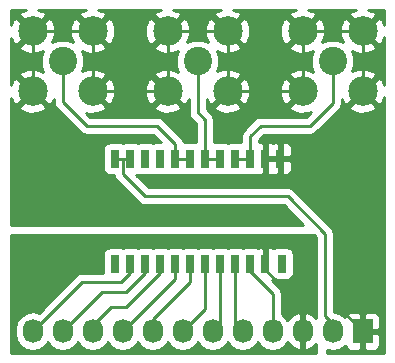
<source format=gbr>
G04 #@! TF.FileFunction,Copper,L1,Top,Signal*
%FSLAX46Y46*%
G04 Gerber Fmt 4.6, Leading zero omitted, Abs format (unit mm)*
G04 Created by KiCad (PCBNEW (2015-08-27 BZR 6130, Git 51a6d38)-product) date 1/28/2016 10:50:49 PM*
%MOMM*%
G01*
G04 APERTURE LIST*
%ADD10C,0.100000*%
%ADD11R,1.727200X2.032000*%
%ADD12O,1.727200X2.032000*%
%ADD13R,0.762000X1.524000*%
%ADD14C,2.400000*%
%ADD15C,2.500000*%
%ADD16C,0.250000*%
%ADD17C,0.254000*%
G04 APERTURE END LIST*
D10*
D11*
X162560000Y-123190000D03*
D12*
X160020000Y-123190000D03*
X157480000Y-123190000D03*
X154940000Y-123190000D03*
X152400000Y-123190000D03*
X149860000Y-123190000D03*
X147320000Y-123190000D03*
X144780000Y-123190000D03*
X142240000Y-123190000D03*
X139700000Y-123190000D03*
X137160000Y-123190000D03*
X134620000Y-123190000D03*
D13*
X141605000Y-117480000D03*
X142875000Y-117480000D03*
X144145000Y-117480000D03*
X145415000Y-117480000D03*
X146685000Y-117480000D03*
X147955000Y-117480000D03*
X149225000Y-117480000D03*
X150495000Y-117480000D03*
X151765000Y-117480000D03*
X153035000Y-117480000D03*
X154305000Y-117480000D03*
X155702000Y-117480000D03*
X141605000Y-108580000D03*
X142875000Y-108580000D03*
X144145000Y-108580000D03*
X145415000Y-108580000D03*
X146685000Y-108580000D03*
X147955000Y-108580000D03*
X149225000Y-108580000D03*
X150495000Y-108580000D03*
X151765000Y-108580000D03*
X153035000Y-108580000D03*
X154305000Y-108580000D03*
X155575000Y-108580000D03*
D14*
X160020000Y-100330000D03*
D15*
X157480000Y-97790000D03*
X162560000Y-97790000D03*
X162560000Y-102870000D03*
X157480000Y-102870000D03*
D14*
X148590000Y-100330000D03*
D15*
X146050000Y-97790000D03*
X151130000Y-97790000D03*
X151130000Y-102870000D03*
X146050000Y-102870000D03*
D14*
X137160000Y-100330000D03*
D15*
X134620000Y-97790000D03*
X139700000Y-97790000D03*
X139700000Y-102870000D03*
X134620000Y-102870000D03*
D16*
X153035000Y-108580000D02*
X153035000Y-106680000D01*
X153035000Y-106680000D02*
X153924000Y-105791000D01*
X151765000Y-108580000D02*
X153035000Y-108580000D01*
X153924000Y-105791000D02*
X158115000Y-105791000D01*
X160020000Y-103886000D02*
X160020000Y-100330000D01*
X158115000Y-105791000D02*
X160020000Y-103886000D01*
X149225000Y-108580000D02*
X150495000Y-108580000D01*
X149225000Y-108580000D02*
X149225000Y-105283000D01*
X148590000Y-104648000D02*
X148590000Y-100330000D01*
X149225000Y-105283000D02*
X148590000Y-104648000D01*
X137160000Y-100330000D02*
X137160000Y-103759000D01*
X137160000Y-103759000D02*
X139192000Y-105791000D01*
X146685000Y-108580000D02*
X147955000Y-108580000D01*
X146685000Y-107315000D02*
X146685000Y-108580000D01*
X145161000Y-105791000D02*
X146685000Y-107315000D01*
X139192000Y-105791000D02*
X145161000Y-105791000D01*
X160020000Y-123190000D02*
X160020000Y-122555000D01*
X160020000Y-122555000D02*
X159385000Y-121920000D01*
X159385000Y-121920000D02*
X159385000Y-114935000D01*
X159385000Y-114935000D02*
X156210000Y-111760000D01*
X156210000Y-111760000D02*
X144145000Y-111760000D01*
X144145000Y-111760000D02*
X142240000Y-109855000D01*
X142240000Y-109855000D02*
X142240000Y-108580000D01*
X141605000Y-108580000D02*
X142240000Y-108580000D01*
X142240000Y-108580000D02*
X142875000Y-108580000D01*
X162560000Y-123190000D02*
X160655000Y-121285000D01*
X160655000Y-121285000D02*
X160655000Y-104775000D01*
X162560000Y-102870000D02*
X162560000Y-97790000D01*
X156850000Y-108580000D02*
X160655000Y-104775000D01*
X160655000Y-104775000D02*
X162560000Y-102870000D01*
X134620000Y-97790000D02*
X134620000Y-102870000D01*
X139700000Y-97790000D02*
X134620000Y-97790000D01*
X139700000Y-102870000D02*
X139700000Y-97790000D01*
X139700000Y-102870000D02*
X146050000Y-102870000D01*
X146050000Y-97790000D02*
X146050000Y-102870000D01*
X146050000Y-97790000D02*
X151130000Y-97790000D01*
X151130000Y-97790000D02*
X151130000Y-102870000D01*
X151130000Y-102870000D02*
X157480000Y-102870000D01*
X157480000Y-97790000D02*
X157480000Y-102870000D01*
X162560000Y-97790000D02*
X157480000Y-97790000D01*
X155575000Y-108580000D02*
X156850000Y-108580000D01*
X154305000Y-108580000D02*
X155575000Y-108580000D01*
X154305000Y-117480000D02*
X154305000Y-117983000D01*
X154305000Y-117983000D02*
X155194000Y-118872000D01*
X157480000Y-120269000D02*
X157480000Y-123190000D01*
X156083000Y-118872000D02*
X157480000Y-120269000D01*
X155194000Y-118872000D02*
X156083000Y-118872000D01*
X154305000Y-117480000D02*
X154305000Y-118110000D01*
X153035000Y-117480000D02*
X153035000Y-118110000D01*
X153035000Y-118110000D02*
X154940000Y-120015000D01*
X154940000Y-120015000D02*
X154940000Y-123190000D01*
X151765000Y-117480000D02*
X151765000Y-122555000D01*
X151765000Y-122555000D02*
X152400000Y-123190000D01*
X150495000Y-117480000D02*
X150495000Y-122555000D01*
X150495000Y-122555000D02*
X149860000Y-123190000D01*
X149225000Y-117480000D02*
X149225000Y-121285000D01*
X149225000Y-121285000D02*
X147320000Y-123190000D01*
X147955000Y-117480000D02*
X147955000Y-118999000D01*
X147955000Y-118999000D02*
X144780000Y-122174000D01*
X144780000Y-122174000D02*
X144780000Y-123190000D01*
X146685000Y-117480000D02*
X146685000Y-118745000D01*
X146685000Y-118745000D02*
X142240000Y-123190000D01*
X146685000Y-117480000D02*
X146685000Y-118110000D01*
X145415000Y-117480000D02*
X145415000Y-118237000D01*
X145415000Y-118237000D02*
X142494000Y-121158000D01*
X142494000Y-121158000D02*
X141224000Y-121158000D01*
X141224000Y-121158000D02*
X139700000Y-122682000D01*
X139700000Y-122682000D02*
X139700000Y-123190000D01*
X144145000Y-117480000D02*
X144145000Y-118237000D01*
X144145000Y-118237000D02*
X142494000Y-119888000D01*
X142494000Y-119888000D02*
X140462000Y-119888000D01*
X140462000Y-119888000D02*
X137160000Y-123190000D01*
X142875000Y-117480000D02*
X142875000Y-118237000D01*
X142875000Y-118237000D02*
X142113000Y-118999000D01*
X142113000Y-118999000D02*
X138811000Y-118999000D01*
X138811000Y-118999000D02*
X134620000Y-123190000D01*
D17*
G36*
X133595533Y-96163877D02*
X133466285Y-96456680D01*
X134620000Y-97610395D01*
X135773715Y-96456680D01*
X135644467Y-96163877D01*
X135112271Y-95960000D01*
X139167736Y-95960000D01*
X138675533Y-96163877D01*
X138546285Y-96456680D01*
X139700000Y-97610395D01*
X140853715Y-96456680D01*
X140724467Y-96163877D01*
X140192271Y-95960000D01*
X145517736Y-95960000D01*
X145025533Y-96163877D01*
X144896285Y-96456680D01*
X146050000Y-97610395D01*
X147203715Y-96456680D01*
X147074467Y-96163877D01*
X146542271Y-95960000D01*
X150597736Y-95960000D01*
X150105533Y-96163877D01*
X149976285Y-96456680D01*
X151130000Y-97610395D01*
X152283715Y-96456680D01*
X152154467Y-96163877D01*
X151622271Y-95960000D01*
X156947736Y-95960000D01*
X156455533Y-96163877D01*
X156326285Y-96456680D01*
X157480000Y-97610395D01*
X158633715Y-96456680D01*
X158504467Y-96163877D01*
X157972271Y-95960000D01*
X162027736Y-95960000D01*
X161535533Y-96163877D01*
X161406285Y-96456680D01*
X162560000Y-97610395D01*
X163713715Y-96456680D01*
X163584467Y-96163877D01*
X163052271Y-95960000D01*
X164390000Y-95960000D01*
X164390000Y-97257736D01*
X164186123Y-96765533D01*
X163893320Y-96636285D01*
X162739605Y-97790000D01*
X163893320Y-98943715D01*
X164186123Y-98814467D01*
X164390000Y-98282271D01*
X164390000Y-102337736D01*
X164186123Y-101845533D01*
X163893320Y-101716285D01*
X162739605Y-102870000D01*
X163893320Y-104023715D01*
X164186123Y-103894467D01*
X164390000Y-103362271D01*
X164390000Y-125020000D01*
X159512000Y-125020000D01*
X159512000Y-124772298D01*
X160020000Y-124873345D01*
X160593489Y-124759271D01*
X161079670Y-124434415D01*
X161094500Y-124412220D01*
X161158073Y-124565698D01*
X161336701Y-124744327D01*
X161570090Y-124841000D01*
X162274250Y-124841000D01*
X162433000Y-124682250D01*
X162433000Y-123317000D01*
X162687000Y-123317000D01*
X162687000Y-124682250D01*
X162845750Y-124841000D01*
X163549910Y-124841000D01*
X163783299Y-124744327D01*
X163961927Y-124565698D01*
X164058600Y-124332309D01*
X164058600Y-123475750D01*
X163899850Y-123317000D01*
X162687000Y-123317000D01*
X162433000Y-123317000D01*
X162413000Y-123317000D01*
X162413000Y-123063000D01*
X162433000Y-123063000D01*
X162433000Y-121697750D01*
X162687000Y-121697750D01*
X162687000Y-123063000D01*
X163899850Y-123063000D01*
X164058600Y-122904250D01*
X164058600Y-122047691D01*
X163961927Y-121814302D01*
X163783299Y-121635673D01*
X163549910Y-121539000D01*
X162845750Y-121539000D01*
X162687000Y-121697750D01*
X162433000Y-121697750D01*
X162274250Y-121539000D01*
X161570090Y-121539000D01*
X161336701Y-121635673D01*
X161158073Y-121814302D01*
X161094500Y-121967780D01*
X161079670Y-121945585D01*
X160593489Y-121620729D01*
X160145000Y-121531519D01*
X160145000Y-114935000D01*
X160087148Y-114644161D01*
X159922401Y-114397599D01*
X156747401Y-111222599D01*
X156500839Y-111057852D01*
X156210000Y-111000000D01*
X144459802Y-111000000D01*
X143418639Y-109958837D01*
X143491317Y-109945162D01*
X143507099Y-109935007D01*
X143512110Y-109938431D01*
X143764000Y-109989440D01*
X144526000Y-109989440D01*
X144761317Y-109945162D01*
X144777099Y-109935007D01*
X144782110Y-109938431D01*
X145034000Y-109989440D01*
X145796000Y-109989440D01*
X146031317Y-109945162D01*
X146047099Y-109935007D01*
X146052110Y-109938431D01*
X146304000Y-109989440D01*
X147066000Y-109989440D01*
X147301317Y-109945162D01*
X147317099Y-109935007D01*
X147322110Y-109938431D01*
X147574000Y-109989440D01*
X148336000Y-109989440D01*
X148571317Y-109945162D01*
X148587099Y-109935007D01*
X148592110Y-109938431D01*
X148844000Y-109989440D01*
X149606000Y-109989440D01*
X149841317Y-109945162D01*
X149857099Y-109935007D01*
X149862110Y-109938431D01*
X150114000Y-109989440D01*
X150876000Y-109989440D01*
X151111317Y-109945162D01*
X151127099Y-109935007D01*
X151132110Y-109938431D01*
X151384000Y-109989440D01*
X152146000Y-109989440D01*
X152381317Y-109945162D01*
X152397099Y-109935007D01*
X152402110Y-109938431D01*
X152654000Y-109989440D01*
X153416000Y-109989440D01*
X153651317Y-109945162D01*
X153678539Y-109927645D01*
X153797691Y-109977000D01*
X154019250Y-109977000D01*
X154178000Y-109818250D01*
X154178000Y-108707000D01*
X154432000Y-108707000D01*
X154432000Y-109818250D01*
X154590750Y-109977000D01*
X154812309Y-109977000D01*
X154940000Y-109924109D01*
X155067691Y-109977000D01*
X155289250Y-109977000D01*
X155448000Y-109818250D01*
X155448000Y-108707000D01*
X155702000Y-108707000D01*
X155702000Y-109818250D01*
X155860750Y-109977000D01*
X156082309Y-109977000D01*
X156315698Y-109880327D01*
X156494327Y-109701699D01*
X156591000Y-109468310D01*
X156591000Y-108865750D01*
X156432250Y-108707000D01*
X155702000Y-108707000D01*
X155448000Y-108707000D01*
X154432000Y-108707000D01*
X154178000Y-108707000D01*
X154158000Y-108707000D01*
X154158000Y-108453000D01*
X154178000Y-108453000D01*
X154178000Y-107341750D01*
X154432000Y-107341750D01*
X154432000Y-108453000D01*
X155448000Y-108453000D01*
X155448000Y-107341750D01*
X155702000Y-107341750D01*
X155702000Y-108453000D01*
X156432250Y-108453000D01*
X156591000Y-108294250D01*
X156591000Y-107691690D01*
X156494327Y-107458301D01*
X156315698Y-107279673D01*
X156082309Y-107183000D01*
X155860750Y-107183000D01*
X155702000Y-107341750D01*
X155448000Y-107341750D01*
X155289250Y-107183000D01*
X155067691Y-107183000D01*
X154940000Y-107235891D01*
X154812309Y-107183000D01*
X154590750Y-107183000D01*
X154432000Y-107341750D01*
X154178000Y-107341750D01*
X154019250Y-107183000D01*
X153797691Y-107183000D01*
X153795000Y-107184115D01*
X153795000Y-106994802D01*
X154238802Y-106551000D01*
X158115000Y-106551000D01*
X158405839Y-106493148D01*
X158652401Y-106328401D01*
X160557401Y-104423401D01*
X160704454Y-104203320D01*
X161406285Y-104203320D01*
X161535533Y-104496123D01*
X162235806Y-104764388D01*
X162985435Y-104744250D01*
X163584467Y-104496123D01*
X163713715Y-104203320D01*
X162560000Y-103049605D01*
X161406285Y-104203320D01*
X160704454Y-104203320D01*
X160722148Y-104176839D01*
X160780000Y-103886000D01*
X160780000Y-103522975D01*
X160933877Y-103894467D01*
X161226680Y-104023715D01*
X162380395Y-102870000D01*
X162366253Y-102855858D01*
X162545858Y-102676253D01*
X162560000Y-102690395D01*
X163713715Y-101536680D01*
X163584467Y-101243877D01*
X162884194Y-100975612D01*
X162134565Y-100995750D01*
X161646524Y-101197903D01*
X161854681Y-100696605D01*
X161855318Y-99966597D01*
X161645231Y-99458147D01*
X162235806Y-99684388D01*
X162985435Y-99664250D01*
X163584467Y-99416123D01*
X163713715Y-99123320D01*
X162560000Y-97969605D01*
X162545858Y-97983748D01*
X162366253Y-97804143D01*
X162380395Y-97790000D01*
X161226680Y-96636285D01*
X160933877Y-96765533D01*
X160665612Y-97465806D01*
X160685750Y-98215435D01*
X160887903Y-98703476D01*
X160386605Y-98495319D01*
X159656597Y-98494682D01*
X159148147Y-98704769D01*
X159374388Y-98114194D01*
X159354250Y-97364565D01*
X159106123Y-96765533D01*
X158813320Y-96636285D01*
X157659605Y-97790000D01*
X157673748Y-97804143D01*
X157494143Y-97983748D01*
X157480000Y-97969605D01*
X156326285Y-99123320D01*
X156455533Y-99416123D01*
X157155806Y-99684388D01*
X157905435Y-99664250D01*
X158393476Y-99462097D01*
X158185319Y-99963395D01*
X158184682Y-100693403D01*
X158394769Y-101201853D01*
X157804194Y-100975612D01*
X157054565Y-100995750D01*
X156455533Y-101243877D01*
X156326285Y-101536680D01*
X157480000Y-102690395D01*
X157494143Y-102676253D01*
X157673748Y-102855858D01*
X157659605Y-102870000D01*
X157673748Y-102884143D01*
X157494143Y-103063748D01*
X157480000Y-103049605D01*
X156326285Y-104203320D01*
X156455533Y-104496123D01*
X157155806Y-104764388D01*
X157905435Y-104744250D01*
X158215297Y-104615901D01*
X157800198Y-105031000D01*
X153924000Y-105031000D01*
X153633161Y-105088852D01*
X153386599Y-105253599D01*
X152497599Y-106142599D01*
X152332852Y-106389161D01*
X152275000Y-106680000D01*
X152275000Y-107196683D01*
X152146000Y-107170560D01*
X151384000Y-107170560D01*
X151148683Y-107214838D01*
X151132901Y-107224993D01*
X151127890Y-107221569D01*
X150876000Y-107170560D01*
X150114000Y-107170560D01*
X149985000Y-107194833D01*
X149985000Y-105283000D01*
X149927148Y-104992161D01*
X149762401Y-104745599D01*
X149350000Y-104333198D01*
X149350000Y-104203320D01*
X149976285Y-104203320D01*
X150105533Y-104496123D01*
X150805806Y-104764388D01*
X151555435Y-104744250D01*
X152154467Y-104496123D01*
X152283715Y-104203320D01*
X151130000Y-103049605D01*
X149976285Y-104203320D01*
X149350000Y-104203320D01*
X149350000Y-103522975D01*
X149503877Y-103894467D01*
X149796680Y-104023715D01*
X150950395Y-102870000D01*
X151309605Y-102870000D01*
X152463320Y-104023715D01*
X152756123Y-103894467D01*
X153024388Y-103194194D01*
X153006970Y-102545806D01*
X155585612Y-102545806D01*
X155605750Y-103295435D01*
X155853877Y-103894467D01*
X156146680Y-104023715D01*
X157300395Y-102870000D01*
X156146680Y-101716285D01*
X155853877Y-101845533D01*
X155585612Y-102545806D01*
X153006970Y-102545806D01*
X153004250Y-102444565D01*
X152756123Y-101845533D01*
X152463320Y-101716285D01*
X151309605Y-102870000D01*
X150950395Y-102870000D01*
X150936253Y-102855858D01*
X151115858Y-102676253D01*
X151130000Y-102690395D01*
X152283715Y-101536680D01*
X152154467Y-101243877D01*
X151454194Y-100975612D01*
X150704565Y-100995750D01*
X150216524Y-101197903D01*
X150424681Y-100696605D01*
X150425318Y-99966597D01*
X150215231Y-99458147D01*
X150805806Y-99684388D01*
X151555435Y-99664250D01*
X152154467Y-99416123D01*
X152283715Y-99123320D01*
X151130000Y-97969605D01*
X151115858Y-97983748D01*
X150936253Y-97804143D01*
X150950395Y-97790000D01*
X151309605Y-97790000D01*
X152463320Y-98943715D01*
X152756123Y-98814467D01*
X153024388Y-98114194D01*
X153006970Y-97465806D01*
X155585612Y-97465806D01*
X155605750Y-98215435D01*
X155853877Y-98814467D01*
X156146680Y-98943715D01*
X157300395Y-97790000D01*
X156146680Y-96636285D01*
X155853877Y-96765533D01*
X155585612Y-97465806D01*
X153006970Y-97465806D01*
X153004250Y-97364565D01*
X152756123Y-96765533D01*
X152463320Y-96636285D01*
X151309605Y-97790000D01*
X150950395Y-97790000D01*
X149796680Y-96636285D01*
X149503877Y-96765533D01*
X149235612Y-97465806D01*
X149255750Y-98215435D01*
X149457903Y-98703476D01*
X148956605Y-98495319D01*
X148226597Y-98494682D01*
X147718147Y-98704769D01*
X147944388Y-98114194D01*
X147924250Y-97364565D01*
X147676123Y-96765533D01*
X147383320Y-96636285D01*
X146229605Y-97790000D01*
X146243748Y-97804143D01*
X146064143Y-97983748D01*
X146050000Y-97969605D01*
X144896285Y-99123320D01*
X145025533Y-99416123D01*
X145725806Y-99684388D01*
X146475435Y-99664250D01*
X146963476Y-99462097D01*
X146755319Y-99963395D01*
X146754682Y-100693403D01*
X146964769Y-101201853D01*
X146374194Y-100975612D01*
X145624565Y-100995750D01*
X145025533Y-101243877D01*
X144896285Y-101536680D01*
X146050000Y-102690395D01*
X146064143Y-102676253D01*
X146243748Y-102855858D01*
X146229605Y-102870000D01*
X147383320Y-104023715D01*
X147676123Y-103894467D01*
X147830000Y-103492790D01*
X147830000Y-104648000D01*
X147887852Y-104938839D01*
X148052599Y-105185401D01*
X148465000Y-105597802D01*
X148465000Y-107196683D01*
X148336000Y-107170560D01*
X147574000Y-107170560D01*
X147421959Y-107199168D01*
X147387148Y-107024161D01*
X147387148Y-107024160D01*
X147222401Y-106777599D01*
X145698401Y-105253599D01*
X145451839Y-105088852D01*
X145161000Y-105031000D01*
X139506802Y-105031000D01*
X139155976Y-104680174D01*
X139375806Y-104764388D01*
X140125435Y-104744250D01*
X140724467Y-104496123D01*
X140853715Y-104203320D01*
X144896285Y-104203320D01*
X145025533Y-104496123D01*
X145725806Y-104764388D01*
X146475435Y-104744250D01*
X147074467Y-104496123D01*
X147203715Y-104203320D01*
X146050000Y-103049605D01*
X144896285Y-104203320D01*
X140853715Y-104203320D01*
X139700000Y-103049605D01*
X139685858Y-103063748D01*
X139506253Y-102884143D01*
X139520395Y-102870000D01*
X139879605Y-102870000D01*
X141033320Y-104023715D01*
X141326123Y-103894467D01*
X141594388Y-103194194D01*
X141576970Y-102545806D01*
X144155612Y-102545806D01*
X144175750Y-103295435D01*
X144423877Y-103894467D01*
X144716680Y-104023715D01*
X145870395Y-102870000D01*
X144716680Y-101716285D01*
X144423877Y-101845533D01*
X144155612Y-102545806D01*
X141576970Y-102545806D01*
X141574250Y-102444565D01*
X141326123Y-101845533D01*
X141033320Y-101716285D01*
X139879605Y-102870000D01*
X139520395Y-102870000D01*
X139506253Y-102855858D01*
X139685858Y-102676253D01*
X139700000Y-102690395D01*
X140853715Y-101536680D01*
X140724467Y-101243877D01*
X140024194Y-100975612D01*
X139274565Y-100995750D01*
X138786524Y-101197903D01*
X138994681Y-100696605D01*
X138995318Y-99966597D01*
X138785231Y-99458147D01*
X139375806Y-99684388D01*
X140125435Y-99664250D01*
X140724467Y-99416123D01*
X140853715Y-99123320D01*
X139700000Y-97969605D01*
X139685858Y-97983748D01*
X139506253Y-97804143D01*
X139520395Y-97790000D01*
X139879605Y-97790000D01*
X141033320Y-98943715D01*
X141326123Y-98814467D01*
X141594388Y-98114194D01*
X141576970Y-97465806D01*
X144155612Y-97465806D01*
X144175750Y-98215435D01*
X144423877Y-98814467D01*
X144716680Y-98943715D01*
X145870395Y-97790000D01*
X144716680Y-96636285D01*
X144423877Y-96765533D01*
X144155612Y-97465806D01*
X141576970Y-97465806D01*
X141574250Y-97364565D01*
X141326123Y-96765533D01*
X141033320Y-96636285D01*
X139879605Y-97790000D01*
X139520395Y-97790000D01*
X138366680Y-96636285D01*
X138073877Y-96765533D01*
X137805612Y-97465806D01*
X137825750Y-98215435D01*
X138027903Y-98703476D01*
X137526605Y-98495319D01*
X136796597Y-98494682D01*
X136288147Y-98704769D01*
X136514388Y-98114194D01*
X136494250Y-97364565D01*
X136246123Y-96765533D01*
X135953320Y-96636285D01*
X134799605Y-97790000D01*
X134813748Y-97804143D01*
X134634143Y-97983748D01*
X134620000Y-97969605D01*
X133466285Y-99123320D01*
X133595533Y-99416123D01*
X134295806Y-99684388D01*
X135045435Y-99664250D01*
X135533476Y-99462097D01*
X135325319Y-99963395D01*
X135324682Y-100693403D01*
X135534769Y-101201853D01*
X134944194Y-100975612D01*
X134194565Y-100995750D01*
X133595533Y-101243877D01*
X133466285Y-101536680D01*
X134620000Y-102690395D01*
X134634143Y-102676253D01*
X134813748Y-102855858D01*
X134799605Y-102870000D01*
X135953320Y-104023715D01*
X136246123Y-103894467D01*
X136400000Y-103492790D01*
X136400000Y-103759000D01*
X136457852Y-104049839D01*
X136622599Y-104296401D01*
X138654599Y-106328401D01*
X138901161Y-106493148D01*
X139192000Y-106551000D01*
X144846198Y-106551000D01*
X145465758Y-107170560D01*
X145034000Y-107170560D01*
X144798683Y-107214838D01*
X144782901Y-107224993D01*
X144777890Y-107221569D01*
X144526000Y-107170560D01*
X143764000Y-107170560D01*
X143528683Y-107214838D01*
X143512901Y-107224993D01*
X143507890Y-107221569D01*
X143256000Y-107170560D01*
X142494000Y-107170560D01*
X142258683Y-107214838D01*
X142242901Y-107224993D01*
X142237890Y-107221569D01*
X141986000Y-107170560D01*
X141224000Y-107170560D01*
X140988683Y-107214838D01*
X140772559Y-107353910D01*
X140627569Y-107566110D01*
X140576560Y-107818000D01*
X140576560Y-109342000D01*
X140620838Y-109577317D01*
X140759910Y-109793441D01*
X140972110Y-109938431D01*
X141224000Y-109989440D01*
X141506742Y-109989440D01*
X141537852Y-110145839D01*
X141702599Y-110392401D01*
X143607599Y-112297401D01*
X143854161Y-112462148D01*
X144145000Y-112520000D01*
X155895198Y-112520000D01*
X157548198Y-114173000D01*
X132790000Y-114173000D01*
X132790000Y-104203320D01*
X133466285Y-104203320D01*
X133595533Y-104496123D01*
X134295806Y-104764388D01*
X135045435Y-104744250D01*
X135644467Y-104496123D01*
X135773715Y-104203320D01*
X134620000Y-103049605D01*
X133466285Y-104203320D01*
X132790000Y-104203320D01*
X132790000Y-103402264D01*
X132993877Y-103894467D01*
X133286680Y-104023715D01*
X134440395Y-102870000D01*
X133286680Y-101716285D01*
X132993877Y-101845533D01*
X132790000Y-102377729D01*
X132790000Y-98322264D01*
X132993877Y-98814467D01*
X133286680Y-98943715D01*
X134440395Y-97790000D01*
X133286680Y-96636285D01*
X132993877Y-96765533D01*
X132790000Y-97297729D01*
X132790000Y-95960000D01*
X134087736Y-95960000D01*
X133595533Y-96163877D01*
X133595533Y-96163877D01*
G37*
X133595533Y-96163877D02*
X133466285Y-96456680D01*
X134620000Y-97610395D01*
X135773715Y-96456680D01*
X135644467Y-96163877D01*
X135112271Y-95960000D01*
X139167736Y-95960000D01*
X138675533Y-96163877D01*
X138546285Y-96456680D01*
X139700000Y-97610395D01*
X140853715Y-96456680D01*
X140724467Y-96163877D01*
X140192271Y-95960000D01*
X145517736Y-95960000D01*
X145025533Y-96163877D01*
X144896285Y-96456680D01*
X146050000Y-97610395D01*
X147203715Y-96456680D01*
X147074467Y-96163877D01*
X146542271Y-95960000D01*
X150597736Y-95960000D01*
X150105533Y-96163877D01*
X149976285Y-96456680D01*
X151130000Y-97610395D01*
X152283715Y-96456680D01*
X152154467Y-96163877D01*
X151622271Y-95960000D01*
X156947736Y-95960000D01*
X156455533Y-96163877D01*
X156326285Y-96456680D01*
X157480000Y-97610395D01*
X158633715Y-96456680D01*
X158504467Y-96163877D01*
X157972271Y-95960000D01*
X162027736Y-95960000D01*
X161535533Y-96163877D01*
X161406285Y-96456680D01*
X162560000Y-97610395D01*
X163713715Y-96456680D01*
X163584467Y-96163877D01*
X163052271Y-95960000D01*
X164390000Y-95960000D01*
X164390000Y-97257736D01*
X164186123Y-96765533D01*
X163893320Y-96636285D01*
X162739605Y-97790000D01*
X163893320Y-98943715D01*
X164186123Y-98814467D01*
X164390000Y-98282271D01*
X164390000Y-102337736D01*
X164186123Y-101845533D01*
X163893320Y-101716285D01*
X162739605Y-102870000D01*
X163893320Y-104023715D01*
X164186123Y-103894467D01*
X164390000Y-103362271D01*
X164390000Y-125020000D01*
X159512000Y-125020000D01*
X159512000Y-124772298D01*
X160020000Y-124873345D01*
X160593489Y-124759271D01*
X161079670Y-124434415D01*
X161094500Y-124412220D01*
X161158073Y-124565698D01*
X161336701Y-124744327D01*
X161570090Y-124841000D01*
X162274250Y-124841000D01*
X162433000Y-124682250D01*
X162433000Y-123317000D01*
X162687000Y-123317000D01*
X162687000Y-124682250D01*
X162845750Y-124841000D01*
X163549910Y-124841000D01*
X163783299Y-124744327D01*
X163961927Y-124565698D01*
X164058600Y-124332309D01*
X164058600Y-123475750D01*
X163899850Y-123317000D01*
X162687000Y-123317000D01*
X162433000Y-123317000D01*
X162413000Y-123317000D01*
X162413000Y-123063000D01*
X162433000Y-123063000D01*
X162433000Y-121697750D01*
X162687000Y-121697750D01*
X162687000Y-123063000D01*
X163899850Y-123063000D01*
X164058600Y-122904250D01*
X164058600Y-122047691D01*
X163961927Y-121814302D01*
X163783299Y-121635673D01*
X163549910Y-121539000D01*
X162845750Y-121539000D01*
X162687000Y-121697750D01*
X162433000Y-121697750D01*
X162274250Y-121539000D01*
X161570090Y-121539000D01*
X161336701Y-121635673D01*
X161158073Y-121814302D01*
X161094500Y-121967780D01*
X161079670Y-121945585D01*
X160593489Y-121620729D01*
X160145000Y-121531519D01*
X160145000Y-114935000D01*
X160087148Y-114644161D01*
X159922401Y-114397599D01*
X156747401Y-111222599D01*
X156500839Y-111057852D01*
X156210000Y-111000000D01*
X144459802Y-111000000D01*
X143418639Y-109958837D01*
X143491317Y-109945162D01*
X143507099Y-109935007D01*
X143512110Y-109938431D01*
X143764000Y-109989440D01*
X144526000Y-109989440D01*
X144761317Y-109945162D01*
X144777099Y-109935007D01*
X144782110Y-109938431D01*
X145034000Y-109989440D01*
X145796000Y-109989440D01*
X146031317Y-109945162D01*
X146047099Y-109935007D01*
X146052110Y-109938431D01*
X146304000Y-109989440D01*
X147066000Y-109989440D01*
X147301317Y-109945162D01*
X147317099Y-109935007D01*
X147322110Y-109938431D01*
X147574000Y-109989440D01*
X148336000Y-109989440D01*
X148571317Y-109945162D01*
X148587099Y-109935007D01*
X148592110Y-109938431D01*
X148844000Y-109989440D01*
X149606000Y-109989440D01*
X149841317Y-109945162D01*
X149857099Y-109935007D01*
X149862110Y-109938431D01*
X150114000Y-109989440D01*
X150876000Y-109989440D01*
X151111317Y-109945162D01*
X151127099Y-109935007D01*
X151132110Y-109938431D01*
X151384000Y-109989440D01*
X152146000Y-109989440D01*
X152381317Y-109945162D01*
X152397099Y-109935007D01*
X152402110Y-109938431D01*
X152654000Y-109989440D01*
X153416000Y-109989440D01*
X153651317Y-109945162D01*
X153678539Y-109927645D01*
X153797691Y-109977000D01*
X154019250Y-109977000D01*
X154178000Y-109818250D01*
X154178000Y-108707000D01*
X154432000Y-108707000D01*
X154432000Y-109818250D01*
X154590750Y-109977000D01*
X154812309Y-109977000D01*
X154940000Y-109924109D01*
X155067691Y-109977000D01*
X155289250Y-109977000D01*
X155448000Y-109818250D01*
X155448000Y-108707000D01*
X155702000Y-108707000D01*
X155702000Y-109818250D01*
X155860750Y-109977000D01*
X156082309Y-109977000D01*
X156315698Y-109880327D01*
X156494327Y-109701699D01*
X156591000Y-109468310D01*
X156591000Y-108865750D01*
X156432250Y-108707000D01*
X155702000Y-108707000D01*
X155448000Y-108707000D01*
X154432000Y-108707000D01*
X154178000Y-108707000D01*
X154158000Y-108707000D01*
X154158000Y-108453000D01*
X154178000Y-108453000D01*
X154178000Y-107341750D01*
X154432000Y-107341750D01*
X154432000Y-108453000D01*
X155448000Y-108453000D01*
X155448000Y-107341750D01*
X155702000Y-107341750D01*
X155702000Y-108453000D01*
X156432250Y-108453000D01*
X156591000Y-108294250D01*
X156591000Y-107691690D01*
X156494327Y-107458301D01*
X156315698Y-107279673D01*
X156082309Y-107183000D01*
X155860750Y-107183000D01*
X155702000Y-107341750D01*
X155448000Y-107341750D01*
X155289250Y-107183000D01*
X155067691Y-107183000D01*
X154940000Y-107235891D01*
X154812309Y-107183000D01*
X154590750Y-107183000D01*
X154432000Y-107341750D01*
X154178000Y-107341750D01*
X154019250Y-107183000D01*
X153797691Y-107183000D01*
X153795000Y-107184115D01*
X153795000Y-106994802D01*
X154238802Y-106551000D01*
X158115000Y-106551000D01*
X158405839Y-106493148D01*
X158652401Y-106328401D01*
X160557401Y-104423401D01*
X160704454Y-104203320D01*
X161406285Y-104203320D01*
X161535533Y-104496123D01*
X162235806Y-104764388D01*
X162985435Y-104744250D01*
X163584467Y-104496123D01*
X163713715Y-104203320D01*
X162560000Y-103049605D01*
X161406285Y-104203320D01*
X160704454Y-104203320D01*
X160722148Y-104176839D01*
X160780000Y-103886000D01*
X160780000Y-103522975D01*
X160933877Y-103894467D01*
X161226680Y-104023715D01*
X162380395Y-102870000D01*
X162366253Y-102855858D01*
X162545858Y-102676253D01*
X162560000Y-102690395D01*
X163713715Y-101536680D01*
X163584467Y-101243877D01*
X162884194Y-100975612D01*
X162134565Y-100995750D01*
X161646524Y-101197903D01*
X161854681Y-100696605D01*
X161855318Y-99966597D01*
X161645231Y-99458147D01*
X162235806Y-99684388D01*
X162985435Y-99664250D01*
X163584467Y-99416123D01*
X163713715Y-99123320D01*
X162560000Y-97969605D01*
X162545858Y-97983748D01*
X162366253Y-97804143D01*
X162380395Y-97790000D01*
X161226680Y-96636285D01*
X160933877Y-96765533D01*
X160665612Y-97465806D01*
X160685750Y-98215435D01*
X160887903Y-98703476D01*
X160386605Y-98495319D01*
X159656597Y-98494682D01*
X159148147Y-98704769D01*
X159374388Y-98114194D01*
X159354250Y-97364565D01*
X159106123Y-96765533D01*
X158813320Y-96636285D01*
X157659605Y-97790000D01*
X157673748Y-97804143D01*
X157494143Y-97983748D01*
X157480000Y-97969605D01*
X156326285Y-99123320D01*
X156455533Y-99416123D01*
X157155806Y-99684388D01*
X157905435Y-99664250D01*
X158393476Y-99462097D01*
X158185319Y-99963395D01*
X158184682Y-100693403D01*
X158394769Y-101201853D01*
X157804194Y-100975612D01*
X157054565Y-100995750D01*
X156455533Y-101243877D01*
X156326285Y-101536680D01*
X157480000Y-102690395D01*
X157494143Y-102676253D01*
X157673748Y-102855858D01*
X157659605Y-102870000D01*
X157673748Y-102884143D01*
X157494143Y-103063748D01*
X157480000Y-103049605D01*
X156326285Y-104203320D01*
X156455533Y-104496123D01*
X157155806Y-104764388D01*
X157905435Y-104744250D01*
X158215297Y-104615901D01*
X157800198Y-105031000D01*
X153924000Y-105031000D01*
X153633161Y-105088852D01*
X153386599Y-105253599D01*
X152497599Y-106142599D01*
X152332852Y-106389161D01*
X152275000Y-106680000D01*
X152275000Y-107196683D01*
X152146000Y-107170560D01*
X151384000Y-107170560D01*
X151148683Y-107214838D01*
X151132901Y-107224993D01*
X151127890Y-107221569D01*
X150876000Y-107170560D01*
X150114000Y-107170560D01*
X149985000Y-107194833D01*
X149985000Y-105283000D01*
X149927148Y-104992161D01*
X149762401Y-104745599D01*
X149350000Y-104333198D01*
X149350000Y-104203320D01*
X149976285Y-104203320D01*
X150105533Y-104496123D01*
X150805806Y-104764388D01*
X151555435Y-104744250D01*
X152154467Y-104496123D01*
X152283715Y-104203320D01*
X151130000Y-103049605D01*
X149976285Y-104203320D01*
X149350000Y-104203320D01*
X149350000Y-103522975D01*
X149503877Y-103894467D01*
X149796680Y-104023715D01*
X150950395Y-102870000D01*
X151309605Y-102870000D01*
X152463320Y-104023715D01*
X152756123Y-103894467D01*
X153024388Y-103194194D01*
X153006970Y-102545806D01*
X155585612Y-102545806D01*
X155605750Y-103295435D01*
X155853877Y-103894467D01*
X156146680Y-104023715D01*
X157300395Y-102870000D01*
X156146680Y-101716285D01*
X155853877Y-101845533D01*
X155585612Y-102545806D01*
X153006970Y-102545806D01*
X153004250Y-102444565D01*
X152756123Y-101845533D01*
X152463320Y-101716285D01*
X151309605Y-102870000D01*
X150950395Y-102870000D01*
X150936253Y-102855858D01*
X151115858Y-102676253D01*
X151130000Y-102690395D01*
X152283715Y-101536680D01*
X152154467Y-101243877D01*
X151454194Y-100975612D01*
X150704565Y-100995750D01*
X150216524Y-101197903D01*
X150424681Y-100696605D01*
X150425318Y-99966597D01*
X150215231Y-99458147D01*
X150805806Y-99684388D01*
X151555435Y-99664250D01*
X152154467Y-99416123D01*
X152283715Y-99123320D01*
X151130000Y-97969605D01*
X151115858Y-97983748D01*
X150936253Y-97804143D01*
X150950395Y-97790000D01*
X151309605Y-97790000D01*
X152463320Y-98943715D01*
X152756123Y-98814467D01*
X153024388Y-98114194D01*
X153006970Y-97465806D01*
X155585612Y-97465806D01*
X155605750Y-98215435D01*
X155853877Y-98814467D01*
X156146680Y-98943715D01*
X157300395Y-97790000D01*
X156146680Y-96636285D01*
X155853877Y-96765533D01*
X155585612Y-97465806D01*
X153006970Y-97465806D01*
X153004250Y-97364565D01*
X152756123Y-96765533D01*
X152463320Y-96636285D01*
X151309605Y-97790000D01*
X150950395Y-97790000D01*
X149796680Y-96636285D01*
X149503877Y-96765533D01*
X149235612Y-97465806D01*
X149255750Y-98215435D01*
X149457903Y-98703476D01*
X148956605Y-98495319D01*
X148226597Y-98494682D01*
X147718147Y-98704769D01*
X147944388Y-98114194D01*
X147924250Y-97364565D01*
X147676123Y-96765533D01*
X147383320Y-96636285D01*
X146229605Y-97790000D01*
X146243748Y-97804143D01*
X146064143Y-97983748D01*
X146050000Y-97969605D01*
X144896285Y-99123320D01*
X145025533Y-99416123D01*
X145725806Y-99684388D01*
X146475435Y-99664250D01*
X146963476Y-99462097D01*
X146755319Y-99963395D01*
X146754682Y-100693403D01*
X146964769Y-101201853D01*
X146374194Y-100975612D01*
X145624565Y-100995750D01*
X145025533Y-101243877D01*
X144896285Y-101536680D01*
X146050000Y-102690395D01*
X146064143Y-102676253D01*
X146243748Y-102855858D01*
X146229605Y-102870000D01*
X147383320Y-104023715D01*
X147676123Y-103894467D01*
X147830000Y-103492790D01*
X147830000Y-104648000D01*
X147887852Y-104938839D01*
X148052599Y-105185401D01*
X148465000Y-105597802D01*
X148465000Y-107196683D01*
X148336000Y-107170560D01*
X147574000Y-107170560D01*
X147421959Y-107199168D01*
X147387148Y-107024161D01*
X147387148Y-107024160D01*
X147222401Y-106777599D01*
X145698401Y-105253599D01*
X145451839Y-105088852D01*
X145161000Y-105031000D01*
X139506802Y-105031000D01*
X139155976Y-104680174D01*
X139375806Y-104764388D01*
X140125435Y-104744250D01*
X140724467Y-104496123D01*
X140853715Y-104203320D01*
X144896285Y-104203320D01*
X145025533Y-104496123D01*
X145725806Y-104764388D01*
X146475435Y-104744250D01*
X147074467Y-104496123D01*
X147203715Y-104203320D01*
X146050000Y-103049605D01*
X144896285Y-104203320D01*
X140853715Y-104203320D01*
X139700000Y-103049605D01*
X139685858Y-103063748D01*
X139506253Y-102884143D01*
X139520395Y-102870000D01*
X139879605Y-102870000D01*
X141033320Y-104023715D01*
X141326123Y-103894467D01*
X141594388Y-103194194D01*
X141576970Y-102545806D01*
X144155612Y-102545806D01*
X144175750Y-103295435D01*
X144423877Y-103894467D01*
X144716680Y-104023715D01*
X145870395Y-102870000D01*
X144716680Y-101716285D01*
X144423877Y-101845533D01*
X144155612Y-102545806D01*
X141576970Y-102545806D01*
X141574250Y-102444565D01*
X141326123Y-101845533D01*
X141033320Y-101716285D01*
X139879605Y-102870000D01*
X139520395Y-102870000D01*
X139506253Y-102855858D01*
X139685858Y-102676253D01*
X139700000Y-102690395D01*
X140853715Y-101536680D01*
X140724467Y-101243877D01*
X140024194Y-100975612D01*
X139274565Y-100995750D01*
X138786524Y-101197903D01*
X138994681Y-100696605D01*
X138995318Y-99966597D01*
X138785231Y-99458147D01*
X139375806Y-99684388D01*
X140125435Y-99664250D01*
X140724467Y-99416123D01*
X140853715Y-99123320D01*
X139700000Y-97969605D01*
X139685858Y-97983748D01*
X139506253Y-97804143D01*
X139520395Y-97790000D01*
X139879605Y-97790000D01*
X141033320Y-98943715D01*
X141326123Y-98814467D01*
X141594388Y-98114194D01*
X141576970Y-97465806D01*
X144155612Y-97465806D01*
X144175750Y-98215435D01*
X144423877Y-98814467D01*
X144716680Y-98943715D01*
X145870395Y-97790000D01*
X144716680Y-96636285D01*
X144423877Y-96765533D01*
X144155612Y-97465806D01*
X141576970Y-97465806D01*
X141574250Y-97364565D01*
X141326123Y-96765533D01*
X141033320Y-96636285D01*
X139879605Y-97790000D01*
X139520395Y-97790000D01*
X138366680Y-96636285D01*
X138073877Y-96765533D01*
X137805612Y-97465806D01*
X137825750Y-98215435D01*
X138027903Y-98703476D01*
X137526605Y-98495319D01*
X136796597Y-98494682D01*
X136288147Y-98704769D01*
X136514388Y-98114194D01*
X136494250Y-97364565D01*
X136246123Y-96765533D01*
X135953320Y-96636285D01*
X134799605Y-97790000D01*
X134813748Y-97804143D01*
X134634143Y-97983748D01*
X134620000Y-97969605D01*
X133466285Y-99123320D01*
X133595533Y-99416123D01*
X134295806Y-99684388D01*
X135045435Y-99664250D01*
X135533476Y-99462097D01*
X135325319Y-99963395D01*
X135324682Y-100693403D01*
X135534769Y-101201853D01*
X134944194Y-100975612D01*
X134194565Y-100995750D01*
X133595533Y-101243877D01*
X133466285Y-101536680D01*
X134620000Y-102690395D01*
X134634143Y-102676253D01*
X134813748Y-102855858D01*
X134799605Y-102870000D01*
X135953320Y-104023715D01*
X136246123Y-103894467D01*
X136400000Y-103492790D01*
X136400000Y-103759000D01*
X136457852Y-104049839D01*
X136622599Y-104296401D01*
X138654599Y-106328401D01*
X138901161Y-106493148D01*
X139192000Y-106551000D01*
X144846198Y-106551000D01*
X145465758Y-107170560D01*
X145034000Y-107170560D01*
X144798683Y-107214838D01*
X144782901Y-107224993D01*
X144777890Y-107221569D01*
X144526000Y-107170560D01*
X143764000Y-107170560D01*
X143528683Y-107214838D01*
X143512901Y-107224993D01*
X143507890Y-107221569D01*
X143256000Y-107170560D01*
X142494000Y-107170560D01*
X142258683Y-107214838D01*
X142242901Y-107224993D01*
X142237890Y-107221569D01*
X141986000Y-107170560D01*
X141224000Y-107170560D01*
X140988683Y-107214838D01*
X140772559Y-107353910D01*
X140627569Y-107566110D01*
X140576560Y-107818000D01*
X140576560Y-109342000D01*
X140620838Y-109577317D01*
X140759910Y-109793441D01*
X140972110Y-109938431D01*
X141224000Y-109989440D01*
X141506742Y-109989440D01*
X141537852Y-110145839D01*
X141702599Y-110392401D01*
X143607599Y-112297401D01*
X143854161Y-112462148D01*
X144145000Y-112520000D01*
X155895198Y-112520000D01*
X157548198Y-114173000D01*
X132790000Y-114173000D01*
X132790000Y-104203320D01*
X133466285Y-104203320D01*
X133595533Y-104496123D01*
X134295806Y-104764388D01*
X135045435Y-104744250D01*
X135644467Y-104496123D01*
X135773715Y-104203320D01*
X134620000Y-103049605D01*
X133466285Y-104203320D01*
X132790000Y-104203320D01*
X132790000Y-103402264D01*
X132993877Y-103894467D01*
X133286680Y-104023715D01*
X134440395Y-102870000D01*
X133286680Y-101716285D01*
X132993877Y-101845533D01*
X132790000Y-102377729D01*
X132790000Y-98322264D01*
X132993877Y-98814467D01*
X133286680Y-98943715D01*
X134440395Y-97790000D01*
X133286680Y-96636285D01*
X132993877Y-96765533D01*
X132790000Y-97297729D01*
X132790000Y-95960000D01*
X134087736Y-95960000D01*
X133595533Y-96163877D01*
G36*
X158623000Y-115247802D02*
X158623000Y-122108965D01*
X158382036Y-121839268D01*
X157854791Y-121585291D01*
X157839026Y-121582642D01*
X157607000Y-121703783D01*
X157607000Y-123063000D01*
X157627000Y-123063000D01*
X157627000Y-123317000D01*
X157607000Y-123317000D01*
X157607000Y-124676217D01*
X157839026Y-124797358D01*
X157854791Y-124794709D01*
X158382036Y-124540732D01*
X158623000Y-124271035D01*
X158623000Y-125020000D01*
X132790000Y-125020000D01*
X132790000Y-123005255D01*
X133121400Y-123005255D01*
X133121400Y-123374745D01*
X133235474Y-123948234D01*
X133560330Y-124434415D01*
X134046511Y-124759271D01*
X134620000Y-124873345D01*
X135193489Y-124759271D01*
X135679670Y-124434415D01*
X135890000Y-124119634D01*
X136100330Y-124434415D01*
X136586511Y-124759271D01*
X137160000Y-124873345D01*
X137733489Y-124759271D01*
X138219670Y-124434415D01*
X138430000Y-124119634D01*
X138640330Y-124434415D01*
X139126511Y-124759271D01*
X139700000Y-124873345D01*
X140273489Y-124759271D01*
X140759670Y-124434415D01*
X140970000Y-124119634D01*
X141180330Y-124434415D01*
X141666511Y-124759271D01*
X142240000Y-124873345D01*
X142813489Y-124759271D01*
X143299670Y-124434415D01*
X143510000Y-124119634D01*
X143720330Y-124434415D01*
X144206511Y-124759271D01*
X144780000Y-124873345D01*
X145353489Y-124759271D01*
X145839670Y-124434415D01*
X146050000Y-124119634D01*
X146260330Y-124434415D01*
X146746511Y-124759271D01*
X147320000Y-124873345D01*
X147893489Y-124759271D01*
X148379670Y-124434415D01*
X148590000Y-124119634D01*
X148800330Y-124434415D01*
X149286511Y-124759271D01*
X149860000Y-124873345D01*
X150433489Y-124759271D01*
X150919670Y-124434415D01*
X151130000Y-124119634D01*
X151340330Y-124434415D01*
X151826511Y-124759271D01*
X152400000Y-124873345D01*
X152973489Y-124759271D01*
X153459670Y-124434415D01*
X153670000Y-124119634D01*
X153880330Y-124434415D01*
X154366511Y-124759271D01*
X154940000Y-124873345D01*
X155513489Y-124759271D01*
X155999670Y-124434415D01*
X156206461Y-124124931D01*
X156577964Y-124540732D01*
X157105209Y-124794709D01*
X157120974Y-124797358D01*
X157353000Y-124676217D01*
X157353000Y-123317000D01*
X157333000Y-123317000D01*
X157333000Y-123063000D01*
X157353000Y-123063000D01*
X157353000Y-121703783D01*
X157120974Y-121582642D01*
X157105209Y-121585291D01*
X156577964Y-121839268D01*
X156206461Y-122255069D01*
X155999670Y-121945585D01*
X155700000Y-121745352D01*
X155700000Y-120015000D01*
X155642148Y-119724161D01*
X155477401Y-119477599D01*
X154857912Y-118858110D01*
X155007331Y-118796219D01*
X155069110Y-118838431D01*
X155321000Y-118889440D01*
X156083000Y-118889440D01*
X156318317Y-118845162D01*
X156534441Y-118706090D01*
X156679431Y-118493890D01*
X156730440Y-118242000D01*
X156730440Y-116718000D01*
X156686162Y-116482683D01*
X156547090Y-116266559D01*
X156334890Y-116121569D01*
X156083000Y-116070560D01*
X155321000Y-116070560D01*
X155085683Y-116114838D01*
X155008726Y-116164359D01*
X154812309Y-116083000D01*
X154590750Y-116083000D01*
X154432000Y-116241750D01*
X154432000Y-117353000D01*
X154452000Y-117353000D01*
X154452000Y-117607000D01*
X154432000Y-117607000D01*
X154432000Y-117627000D01*
X154178000Y-117627000D01*
X154178000Y-117607000D01*
X154158000Y-117607000D01*
X154158000Y-117353000D01*
X154178000Y-117353000D01*
X154178000Y-116241750D01*
X154019250Y-116083000D01*
X153797691Y-116083000D01*
X153681737Y-116131030D01*
X153667890Y-116121569D01*
X153416000Y-116070560D01*
X152654000Y-116070560D01*
X152418683Y-116114838D01*
X152402901Y-116124993D01*
X152397890Y-116121569D01*
X152146000Y-116070560D01*
X151384000Y-116070560D01*
X151148683Y-116114838D01*
X151132901Y-116124993D01*
X151127890Y-116121569D01*
X150876000Y-116070560D01*
X150114000Y-116070560D01*
X149878683Y-116114838D01*
X149862901Y-116124993D01*
X149857890Y-116121569D01*
X149606000Y-116070560D01*
X148844000Y-116070560D01*
X148608683Y-116114838D01*
X148592901Y-116124993D01*
X148587890Y-116121569D01*
X148336000Y-116070560D01*
X147574000Y-116070560D01*
X147338683Y-116114838D01*
X147322901Y-116124993D01*
X147317890Y-116121569D01*
X147066000Y-116070560D01*
X146304000Y-116070560D01*
X146068683Y-116114838D01*
X146052901Y-116124993D01*
X146047890Y-116121569D01*
X145796000Y-116070560D01*
X145034000Y-116070560D01*
X144798683Y-116114838D01*
X144782901Y-116124993D01*
X144777890Y-116121569D01*
X144526000Y-116070560D01*
X143764000Y-116070560D01*
X143528683Y-116114838D01*
X143512901Y-116124993D01*
X143507890Y-116121569D01*
X143256000Y-116070560D01*
X142494000Y-116070560D01*
X142258683Y-116114838D01*
X142242901Y-116124993D01*
X142237890Y-116121569D01*
X141986000Y-116070560D01*
X141224000Y-116070560D01*
X140988683Y-116114838D01*
X140772559Y-116253910D01*
X140627569Y-116466110D01*
X140576560Y-116718000D01*
X140576560Y-118239000D01*
X138811000Y-118239000D01*
X138520161Y-118296852D01*
X138273599Y-118461599D01*
X135127579Y-121607619D01*
X134620000Y-121506655D01*
X134046511Y-121620729D01*
X133560330Y-121945585D01*
X133235474Y-122431766D01*
X133121400Y-123005255D01*
X132790000Y-123005255D01*
X132790000Y-115062000D01*
X158437198Y-115062000D01*
X158623000Y-115247802D01*
X158623000Y-115247802D01*
G37*
X158623000Y-115247802D02*
X158623000Y-122108965D01*
X158382036Y-121839268D01*
X157854791Y-121585291D01*
X157839026Y-121582642D01*
X157607000Y-121703783D01*
X157607000Y-123063000D01*
X157627000Y-123063000D01*
X157627000Y-123317000D01*
X157607000Y-123317000D01*
X157607000Y-124676217D01*
X157839026Y-124797358D01*
X157854791Y-124794709D01*
X158382036Y-124540732D01*
X158623000Y-124271035D01*
X158623000Y-125020000D01*
X132790000Y-125020000D01*
X132790000Y-123005255D01*
X133121400Y-123005255D01*
X133121400Y-123374745D01*
X133235474Y-123948234D01*
X133560330Y-124434415D01*
X134046511Y-124759271D01*
X134620000Y-124873345D01*
X135193489Y-124759271D01*
X135679670Y-124434415D01*
X135890000Y-124119634D01*
X136100330Y-124434415D01*
X136586511Y-124759271D01*
X137160000Y-124873345D01*
X137733489Y-124759271D01*
X138219670Y-124434415D01*
X138430000Y-124119634D01*
X138640330Y-124434415D01*
X139126511Y-124759271D01*
X139700000Y-124873345D01*
X140273489Y-124759271D01*
X140759670Y-124434415D01*
X140970000Y-124119634D01*
X141180330Y-124434415D01*
X141666511Y-124759271D01*
X142240000Y-124873345D01*
X142813489Y-124759271D01*
X143299670Y-124434415D01*
X143510000Y-124119634D01*
X143720330Y-124434415D01*
X144206511Y-124759271D01*
X144780000Y-124873345D01*
X145353489Y-124759271D01*
X145839670Y-124434415D01*
X146050000Y-124119634D01*
X146260330Y-124434415D01*
X146746511Y-124759271D01*
X147320000Y-124873345D01*
X147893489Y-124759271D01*
X148379670Y-124434415D01*
X148590000Y-124119634D01*
X148800330Y-124434415D01*
X149286511Y-124759271D01*
X149860000Y-124873345D01*
X150433489Y-124759271D01*
X150919670Y-124434415D01*
X151130000Y-124119634D01*
X151340330Y-124434415D01*
X151826511Y-124759271D01*
X152400000Y-124873345D01*
X152973489Y-124759271D01*
X153459670Y-124434415D01*
X153670000Y-124119634D01*
X153880330Y-124434415D01*
X154366511Y-124759271D01*
X154940000Y-124873345D01*
X155513489Y-124759271D01*
X155999670Y-124434415D01*
X156206461Y-124124931D01*
X156577964Y-124540732D01*
X157105209Y-124794709D01*
X157120974Y-124797358D01*
X157353000Y-124676217D01*
X157353000Y-123317000D01*
X157333000Y-123317000D01*
X157333000Y-123063000D01*
X157353000Y-123063000D01*
X157353000Y-121703783D01*
X157120974Y-121582642D01*
X157105209Y-121585291D01*
X156577964Y-121839268D01*
X156206461Y-122255069D01*
X155999670Y-121945585D01*
X155700000Y-121745352D01*
X155700000Y-120015000D01*
X155642148Y-119724161D01*
X155477401Y-119477599D01*
X154857912Y-118858110D01*
X155007331Y-118796219D01*
X155069110Y-118838431D01*
X155321000Y-118889440D01*
X156083000Y-118889440D01*
X156318317Y-118845162D01*
X156534441Y-118706090D01*
X156679431Y-118493890D01*
X156730440Y-118242000D01*
X156730440Y-116718000D01*
X156686162Y-116482683D01*
X156547090Y-116266559D01*
X156334890Y-116121569D01*
X156083000Y-116070560D01*
X155321000Y-116070560D01*
X155085683Y-116114838D01*
X155008726Y-116164359D01*
X154812309Y-116083000D01*
X154590750Y-116083000D01*
X154432000Y-116241750D01*
X154432000Y-117353000D01*
X154452000Y-117353000D01*
X154452000Y-117607000D01*
X154432000Y-117607000D01*
X154432000Y-117627000D01*
X154178000Y-117627000D01*
X154178000Y-117607000D01*
X154158000Y-117607000D01*
X154158000Y-117353000D01*
X154178000Y-117353000D01*
X154178000Y-116241750D01*
X154019250Y-116083000D01*
X153797691Y-116083000D01*
X153681737Y-116131030D01*
X153667890Y-116121569D01*
X153416000Y-116070560D01*
X152654000Y-116070560D01*
X152418683Y-116114838D01*
X152402901Y-116124993D01*
X152397890Y-116121569D01*
X152146000Y-116070560D01*
X151384000Y-116070560D01*
X151148683Y-116114838D01*
X151132901Y-116124993D01*
X151127890Y-116121569D01*
X150876000Y-116070560D01*
X150114000Y-116070560D01*
X149878683Y-116114838D01*
X149862901Y-116124993D01*
X149857890Y-116121569D01*
X149606000Y-116070560D01*
X148844000Y-116070560D01*
X148608683Y-116114838D01*
X148592901Y-116124993D01*
X148587890Y-116121569D01*
X148336000Y-116070560D01*
X147574000Y-116070560D01*
X147338683Y-116114838D01*
X147322901Y-116124993D01*
X147317890Y-116121569D01*
X147066000Y-116070560D01*
X146304000Y-116070560D01*
X146068683Y-116114838D01*
X146052901Y-116124993D01*
X146047890Y-116121569D01*
X145796000Y-116070560D01*
X145034000Y-116070560D01*
X144798683Y-116114838D01*
X144782901Y-116124993D01*
X144777890Y-116121569D01*
X144526000Y-116070560D01*
X143764000Y-116070560D01*
X143528683Y-116114838D01*
X143512901Y-116124993D01*
X143507890Y-116121569D01*
X143256000Y-116070560D01*
X142494000Y-116070560D01*
X142258683Y-116114838D01*
X142242901Y-116124993D01*
X142237890Y-116121569D01*
X141986000Y-116070560D01*
X141224000Y-116070560D01*
X140988683Y-116114838D01*
X140772559Y-116253910D01*
X140627569Y-116466110D01*
X140576560Y-116718000D01*
X140576560Y-118239000D01*
X138811000Y-118239000D01*
X138520161Y-118296852D01*
X138273599Y-118461599D01*
X135127579Y-121607619D01*
X134620000Y-121506655D01*
X134046511Y-121620729D01*
X133560330Y-121945585D01*
X133235474Y-122431766D01*
X133121400Y-123005255D01*
X132790000Y-123005255D01*
X132790000Y-115062000D01*
X158437198Y-115062000D01*
X158623000Y-115247802D01*
M02*

</source>
